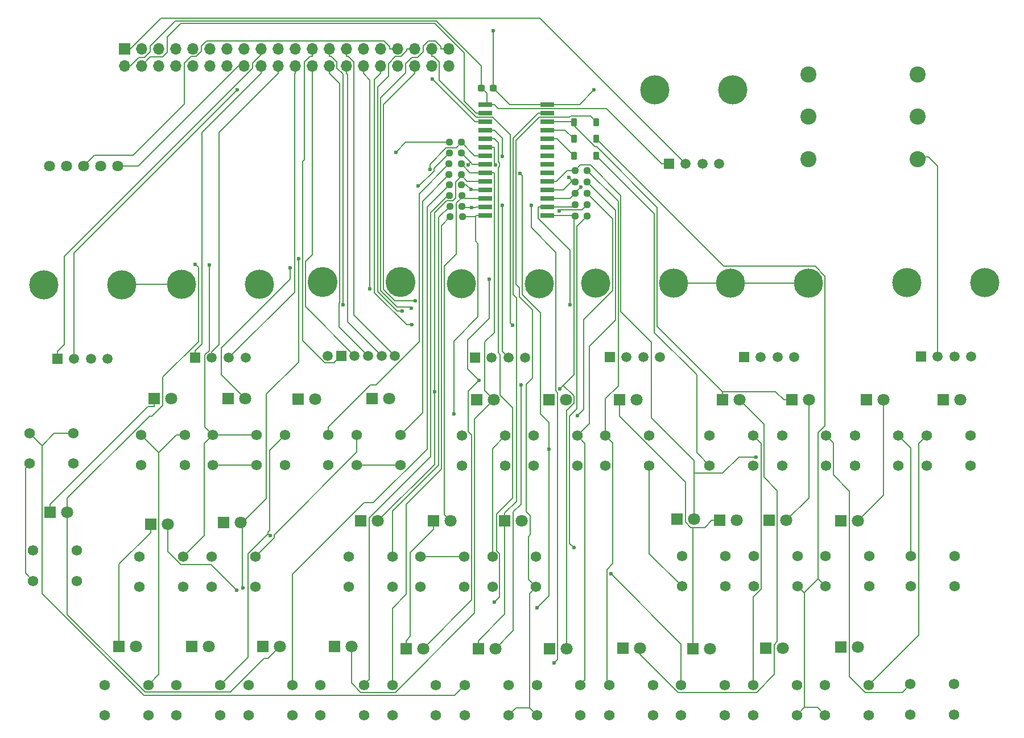
<source format=gbl>
G04 #@! TF.GenerationSoftware,KiCad,Pcbnew,8.0.2*
G04 #@! TF.CreationDate,2024-10-15T19:39:21+09:00*
G04 #@! TF.ProjectId,frontPanel,66726f6e-7450-4616-9e65-6c2e6b696361,rev?*
G04 #@! TF.SameCoordinates,Original*
G04 #@! TF.FileFunction,Copper,L2,Bot*
G04 #@! TF.FilePolarity,Positive*
%FSLAX46Y46*%
G04 Gerber Fmt 4.6, Leading zero omitted, Abs format (unit mm)*
G04 Created by KiCad (PCBNEW 8.0.2) date 2024-10-15 19:39:21*
%MOMM*%
%LPD*%
G01*
G04 APERTURE LIST*
G04 Aperture macros list*
%AMRoundRect*
0 Rectangle with rounded corners*
0 $1 Rounding radius*
0 $2 $3 $4 $5 $6 $7 $8 $9 X,Y pos of 4 corners*
0 Add a 4 corners polygon primitive as box body*
4,1,4,$2,$3,$4,$5,$6,$7,$8,$9,$2,$3,0*
0 Add four circle primitives for the rounded corners*
1,1,$1+$1,$2,$3*
1,1,$1+$1,$4,$5*
1,1,$1+$1,$6,$7*
1,1,$1+$1,$8,$9*
0 Add four rect primitives between the rounded corners*
20,1,$1+$1,$2,$3,$4,$5,0*
20,1,$1+$1,$4,$5,$6,$7,0*
20,1,$1+$1,$6,$7,$8,$9,0*
20,1,$1+$1,$8,$9,$2,$3,0*%
G04 Aperture macros list end*
G04 #@! TA.AperFunction,ComponentPad*
%ADD10R,1.500000X1.500000*%
G04 #@! TD*
G04 #@! TA.AperFunction,ComponentPad*
%ADD11C,1.500000*%
G04 #@! TD*
G04 #@! TA.AperFunction,ComponentPad*
%ADD12C,4.350000*%
G04 #@! TD*
G04 #@! TA.AperFunction,ComponentPad*
%ADD13C,1.575000*%
G04 #@! TD*
G04 #@! TA.AperFunction,ComponentPad*
%ADD14R,1.800000X1.800000*%
G04 #@! TD*
G04 #@! TA.AperFunction,ComponentPad*
%ADD15C,1.800000*%
G04 #@! TD*
G04 #@! TA.AperFunction,ComponentPad*
%ADD16C,2.400000*%
G04 #@! TD*
G04 #@! TA.AperFunction,ComponentPad*
%ADD17C,1.635000*%
G04 #@! TD*
G04 #@! TA.AperFunction,ComponentPad*
%ADD18C,4.455000*%
G04 #@! TD*
G04 #@! TA.AperFunction,ComponentPad*
%ADD19R,1.700000X1.700000*%
G04 #@! TD*
G04 #@! TA.AperFunction,ComponentPad*
%ADD20O,1.700000X1.700000*%
G04 #@! TD*
G04 #@! TA.AperFunction,SMDPad,CuDef*
%ADD21RoundRect,0.237500X-0.250000X-0.237500X0.250000X-0.237500X0.250000X0.237500X-0.250000X0.237500X0*%
G04 #@! TD*
G04 #@! TA.AperFunction,SMDPad,CuDef*
%ADD22RoundRect,0.237500X0.250000X0.237500X-0.250000X0.237500X-0.250000X-0.237500X0.250000X-0.237500X0*%
G04 #@! TD*
G04 #@! TA.AperFunction,SMDPad,CuDef*
%ADD23RoundRect,0.225000X0.225000X0.375000X-0.225000X0.375000X-0.225000X-0.375000X0.225000X-0.375000X0*%
G04 #@! TD*
G04 #@! TA.AperFunction,SMDPad,CuDef*
%ADD24R,2.100000X0.650000*%
G04 #@! TD*
G04 #@! TA.AperFunction,SMDPad,CuDef*
%ADD25RoundRect,0.237500X-0.300000X-0.237500X0.300000X-0.237500X0.300000X0.237500X-0.300000X0.237500X0*%
G04 #@! TD*
G04 #@! TA.AperFunction,ViaPad*
%ADD26C,0.600000*%
G04 #@! TD*
G04 #@! TA.AperFunction,Conductor*
%ADD27C,0.200000*%
G04 #@! TD*
G04 APERTURE END LIST*
D10*
X89100000Y-74575000D03*
D11*
X91600000Y-74575000D03*
X94100000Y-74575000D03*
X96600000Y-74575000D03*
D12*
X87050000Y-63575000D03*
X98650000Y-63575000D03*
D13*
X162831000Y-90650000D03*
X156331000Y-90650000D03*
X162831000Y-86150000D03*
X156331000Y-86150000D03*
X94100000Y-127800000D03*
X87600000Y-127800000D03*
X94100000Y-123300000D03*
X87600000Y-123300000D03*
D10*
X26950000Y-74700000D03*
D11*
X29450000Y-74700000D03*
X31950000Y-74700000D03*
X34450000Y-74700000D03*
D12*
X24900000Y-63700000D03*
X36500000Y-63700000D03*
D13*
X104331000Y-90650000D03*
X97831000Y-90650000D03*
X104331000Y-86150000D03*
X97831000Y-86150000D03*
D14*
X100096000Y-80850000D03*
D15*
X102636000Y-80850000D03*
D14*
X72091000Y-98900000D03*
D15*
X74631000Y-98900000D03*
D14*
X40831000Y-99400000D03*
D15*
X43371000Y-99400000D03*
D13*
X130531000Y-90650000D03*
X124031000Y-90650000D03*
X130531000Y-86150000D03*
X124031000Y-86150000D03*
X98200000Y-108700000D03*
X91700000Y-108700000D03*
X98200000Y-104200000D03*
X91700000Y-104200000D03*
X29331000Y-90350000D03*
X22831000Y-90350000D03*
X29331000Y-85850000D03*
X22831000Y-85850000D03*
X126300000Y-127800000D03*
X119800000Y-127800000D03*
X126300000Y-123300000D03*
X119800000Y-123300000D03*
D14*
X46925000Y-117600000D03*
D15*
X49465000Y-117600000D03*
D14*
X52391000Y-80650000D03*
D15*
X54931000Y-80650000D03*
D14*
X36100000Y-117600000D03*
D15*
X38640000Y-117600000D03*
D16*
X155000000Y-38700000D03*
X138700000Y-38700000D03*
X155000000Y-32400000D03*
X138700000Y-32400000D03*
X155000000Y-45000000D03*
X138700000Y-45000000D03*
D13*
X152131000Y-90650000D03*
X145631000Y-90650000D03*
X152131000Y-86150000D03*
X145631000Y-86150000D03*
X141331000Y-90650000D03*
X134831000Y-90650000D03*
X141331000Y-86150000D03*
X134831000Y-86150000D03*
D14*
X132360000Y-117800000D03*
D15*
X134900000Y-117800000D03*
D13*
X56600000Y-90600000D03*
X50100000Y-90600000D03*
X56600000Y-86100000D03*
X50100000Y-86100000D03*
X87500000Y-108700000D03*
X81000000Y-108700000D03*
X87500000Y-104200000D03*
X81000000Y-104200000D03*
D10*
X155450000Y-74400000D03*
D11*
X157950000Y-74400000D03*
X160450000Y-74400000D03*
X162950000Y-74400000D03*
D12*
X153400000Y-63400000D03*
X165000000Y-63400000D03*
D14*
X143560000Y-117700000D03*
D15*
X146100000Y-117700000D03*
D14*
X82956000Y-98900000D03*
D15*
X85496000Y-98900000D03*
D13*
X45700000Y-108700000D03*
X39200000Y-108700000D03*
X45700000Y-104200000D03*
X39200000Y-104200000D03*
D14*
X78825000Y-117900000D03*
D15*
X81365000Y-117900000D03*
D10*
X117950000Y-45700000D03*
D11*
X120450000Y-45700000D03*
X122950000Y-45700000D03*
X125450000Y-45700000D03*
D12*
X115900000Y-34700000D03*
X127500000Y-34700000D03*
D14*
X147391000Y-80850000D03*
D15*
X149931000Y-80850000D03*
D14*
X158831000Y-80850000D03*
D15*
X161371000Y-80850000D03*
D14*
X89331000Y-80850000D03*
D15*
X91871000Y-80850000D03*
D14*
X41391000Y-80650000D03*
D15*
X43931000Y-80650000D03*
D14*
X100225000Y-117900000D03*
D15*
X102765000Y-117900000D03*
D13*
X29835000Y-107800000D03*
X23335000Y-107800000D03*
X29835000Y-103300000D03*
X23335000Y-103300000D03*
X160400000Y-127700000D03*
X153900000Y-127700000D03*
X160400000Y-123200000D03*
X153900000Y-123200000D03*
X147700000Y-127800000D03*
X141200000Y-127800000D03*
X147700000Y-123300000D03*
X141200000Y-123300000D03*
X61900000Y-127790000D03*
X55400000Y-127790000D03*
X61900000Y-123290000D03*
X55400000Y-123290000D03*
D14*
X110631000Y-80850000D03*
D15*
X113171000Y-80850000D03*
D13*
X126400000Y-108600000D03*
X119900000Y-108600000D03*
X126400000Y-104100000D03*
X119900000Y-104100000D03*
X45931000Y-90550000D03*
X39431000Y-90550000D03*
X45931000Y-86050000D03*
X39431000Y-86050000D03*
D14*
X73791000Y-80650000D03*
D15*
X76331000Y-80650000D03*
D14*
X119156000Y-98600000D03*
D15*
X121696000Y-98600000D03*
D17*
X28340000Y-46000000D03*
X30880000Y-46000000D03*
X33420000Y-46000000D03*
X25800000Y-46000000D03*
X35960000Y-46000000D03*
D14*
X57560000Y-117600000D03*
D15*
X60100000Y-117600000D03*
D14*
X132891000Y-98800000D03*
D15*
X135431000Y-98800000D03*
D10*
X129150000Y-74475000D03*
D11*
X131650000Y-74475000D03*
X134150000Y-74475000D03*
X136650000Y-74475000D03*
D12*
X127100000Y-63475000D03*
X138700000Y-63475000D03*
D10*
X47450000Y-74600000D03*
D11*
X49950000Y-74600000D03*
X52450000Y-74600000D03*
X54950000Y-74600000D03*
D12*
X45400000Y-63600000D03*
X57000000Y-63600000D03*
D13*
X56431000Y-108700000D03*
X49931000Y-108700000D03*
X56431000Y-104200000D03*
X49931000Y-104200000D03*
X83300000Y-127800000D03*
X76800000Y-127800000D03*
X83300000Y-123300000D03*
X76800000Y-123300000D03*
X67300000Y-90600000D03*
X60800000Y-90600000D03*
X67300000Y-86100000D03*
X60800000Y-86100000D03*
D14*
X121560000Y-117900000D03*
D15*
X124100000Y-117900000D03*
D10*
X109150000Y-74500000D03*
D11*
X111650000Y-74500000D03*
X114150000Y-74500000D03*
X116650000Y-74500000D03*
D12*
X107100000Y-63500000D03*
X118700000Y-63500000D03*
D14*
X25860000Y-97600000D03*
D15*
X28400000Y-97600000D03*
D13*
X78031000Y-90550000D03*
X71531000Y-90550000D03*
X78031000Y-86050000D03*
X71531000Y-86050000D03*
D14*
X143556000Y-98900000D03*
D15*
X146096000Y-98900000D03*
D14*
X125956000Y-80850000D03*
D15*
X128496000Y-80850000D03*
D14*
X125531000Y-98800000D03*
D15*
X128071000Y-98800000D03*
D13*
X93631000Y-90650000D03*
X87131000Y-90650000D03*
X93631000Y-86150000D03*
X87131000Y-86150000D03*
X76800000Y-108700000D03*
X70300000Y-108700000D03*
X76800000Y-104200000D03*
X70300000Y-104200000D03*
D14*
X89625000Y-117900000D03*
D15*
X92165000Y-117900000D03*
D14*
X136256000Y-80850000D03*
D15*
X138796000Y-80850000D03*
D14*
X62791000Y-80750000D03*
D15*
X65331000Y-80750000D03*
D13*
X72600000Y-127800000D03*
X66100000Y-127800000D03*
X72600000Y-123300000D03*
X66100000Y-123300000D03*
X40480000Y-127790000D03*
X33980000Y-127790000D03*
X40480000Y-123290000D03*
X33980000Y-123290000D03*
D10*
X69200000Y-74300000D03*
D11*
X67200000Y-74300000D03*
X77200000Y-74300000D03*
X71200000Y-74300000D03*
X73200000Y-74300000D03*
X75200000Y-74300000D03*
D18*
X66400000Y-63300000D03*
X78000000Y-63300000D03*
D13*
X115600000Y-127800000D03*
X109100000Y-127800000D03*
X115600000Y-123300000D03*
X109100000Y-123300000D03*
X137000000Y-127800000D03*
X130500000Y-127800000D03*
X137000000Y-123300000D03*
X130500000Y-123300000D03*
D14*
X111125000Y-117800000D03*
D15*
X113665000Y-117800000D03*
D13*
X137100000Y-108600000D03*
X130600000Y-108600000D03*
X137100000Y-104100000D03*
X130600000Y-104100000D03*
D14*
X68225000Y-117600000D03*
D15*
X70765000Y-117600000D03*
D13*
X115031000Y-90650000D03*
X108531000Y-90650000D03*
X115031000Y-86150000D03*
X108531000Y-86150000D03*
X51200000Y-127790000D03*
X44700000Y-127790000D03*
X51200000Y-123290000D03*
X44700000Y-123290000D03*
X160500000Y-108600000D03*
X154000000Y-108600000D03*
X160500000Y-104100000D03*
X154000000Y-104100000D03*
X147800000Y-108600000D03*
X141300000Y-108600000D03*
X147800000Y-104100000D03*
X141300000Y-104100000D03*
D14*
X51656000Y-99100000D03*
D15*
X54196000Y-99100000D03*
D19*
X36940000Y-28560000D03*
D20*
X36940000Y-31100000D03*
X39480000Y-28560000D03*
X39480000Y-31100000D03*
X42020000Y-28560000D03*
X42020000Y-31100000D03*
X44560000Y-28560000D03*
X44560000Y-31100000D03*
X47100000Y-28560000D03*
X47100000Y-31100000D03*
X49640000Y-28560000D03*
X49640000Y-31100000D03*
X52180000Y-28560000D03*
X52180000Y-31100000D03*
X54720000Y-28560000D03*
X54720000Y-31100000D03*
X57260000Y-28560000D03*
X57260000Y-31100000D03*
X59800000Y-28560000D03*
X59800000Y-31100000D03*
X62340000Y-28560000D03*
X62340000Y-31100000D03*
X64880000Y-28560000D03*
X64880000Y-31100000D03*
X67420000Y-28560000D03*
X67420000Y-31100000D03*
X69960000Y-28560000D03*
X69960000Y-31100000D03*
X72500000Y-28560000D03*
X72500000Y-31100000D03*
X75040000Y-28560000D03*
X75040000Y-31100000D03*
X77580000Y-28560000D03*
X77580000Y-31100000D03*
X80120000Y-28560000D03*
X80120000Y-31100000D03*
X82660000Y-28560000D03*
X82660000Y-31100000D03*
X85200000Y-28560000D03*
X85200000Y-31100000D03*
D14*
X93556000Y-98900000D03*
D15*
X96096000Y-98900000D03*
D13*
X104800000Y-127800000D03*
X98300000Y-127800000D03*
X104800000Y-123300000D03*
X98300000Y-123300000D03*
D21*
X103987500Y-48400000D03*
X105812500Y-48400000D03*
D22*
X87075000Y-47305000D03*
X85250000Y-47305000D03*
D21*
X103987500Y-50100000D03*
X105812500Y-50100000D03*
D22*
X87250000Y-53605000D03*
X85425000Y-53605000D03*
D23*
X107162500Y-44500000D03*
X103862500Y-44500000D03*
D22*
X87162500Y-50405000D03*
X85337500Y-50405000D03*
D24*
X99900000Y-36850000D03*
X99900000Y-38120000D03*
X99900000Y-39390000D03*
X99900000Y-40660000D03*
X99900000Y-41930000D03*
X99900000Y-43200000D03*
X99900000Y-44470000D03*
X99900000Y-45740000D03*
X99900000Y-47010000D03*
X99900000Y-48280000D03*
X99900000Y-49550000D03*
X99900000Y-50820000D03*
X99900000Y-52090000D03*
X99900000Y-53360000D03*
X90600000Y-53360000D03*
X90600000Y-52090000D03*
X90600000Y-50820000D03*
X90600000Y-49550000D03*
X90600000Y-48280000D03*
X90600000Y-47010000D03*
X90600000Y-45740000D03*
X90600000Y-44470000D03*
X90600000Y-43200000D03*
X90600000Y-41930000D03*
X90600000Y-40660000D03*
X90600000Y-39390000D03*
X90600000Y-38120000D03*
X90600000Y-36850000D03*
D22*
X87075000Y-45705000D03*
X85250000Y-45705000D03*
D25*
X90075000Y-34400000D03*
X91800000Y-34400000D03*
D22*
X87087500Y-42495000D03*
X85262500Y-42495000D03*
D21*
X103987500Y-53500000D03*
X105812500Y-53500000D03*
D22*
X87087500Y-44105000D03*
X85262500Y-44105000D03*
D23*
X107162500Y-42000000D03*
X103862500Y-42000000D03*
D22*
X87087500Y-48805000D03*
X85262500Y-48805000D03*
D23*
X107162500Y-39500000D03*
X103862500Y-39500000D03*
D21*
X103987500Y-51800000D03*
X105812500Y-51800000D03*
X104000000Y-46700000D03*
X105825000Y-46700000D03*
D22*
X87175000Y-52005000D03*
X85350000Y-52005000D03*
D26*
X91800000Y-25900000D03*
X106800000Y-34700000D03*
X100104000Y-88231200D03*
X95803700Y-47109300D03*
X93192200Y-44556500D03*
X98359400Y-111780300D03*
X92019200Y-110991800D03*
X53648000Y-109157400D03*
X97460500Y-51913800D03*
X92158600Y-45823600D03*
X100890300Y-120065200D03*
X62841900Y-59817200D03*
X82381000Y-46551500D03*
X54608600Y-108892900D03*
X88078800Y-45835800D03*
X47492300Y-60685200D03*
X83076200Y-79639500D03*
X88494900Y-49538600D03*
X91217100Y-62863700D03*
X89742600Y-77974900D03*
X95938700Y-78589000D03*
X61634900Y-61185600D03*
X88606700Y-52169300D03*
X85961100Y-82945500D03*
X101734300Y-79203200D03*
X103283000Y-66652500D03*
X104839600Y-49197600D03*
X103069600Y-47683300D03*
X130897100Y-89350000D03*
X93165500Y-51876800D03*
X79716700Y-69665000D03*
X82729400Y-33049200D03*
X94702900Y-69699900D03*
X79656900Y-67235100D03*
X80185200Y-66069900D03*
X53751000Y-34724900D03*
X73486100Y-64303200D03*
X78304700Y-67654800D03*
X69460000Y-66683300D03*
X77329500Y-43963000D03*
X80614800Y-49012100D03*
X49600500Y-60775500D03*
X58637000Y-101103900D03*
X109317600Y-106751800D03*
X103835400Y-102882600D03*
X101656400Y-52725000D03*
X104347600Y-83177000D03*
D27*
X90075000Y-34400000D02*
X90075000Y-31157800D01*
X90905000Y-36850000D02*
X91951700Y-36850000D01*
X117950000Y-45700000D02*
X116898300Y-45700000D01*
X83317200Y-24400000D02*
X44533900Y-24400000D01*
X90075000Y-31157800D02*
X83317200Y-24400000D01*
X108675000Y-37476700D02*
X116898300Y-45700000D01*
X40750000Y-28978300D02*
X39898300Y-29830000D01*
X44533900Y-24400000D02*
X40750000Y-28183900D01*
X39898300Y-29830000D02*
X39093200Y-29830000D01*
X90905000Y-35230000D02*
X90075000Y-34400000D01*
X39093200Y-29830000D02*
X37823200Y-31100000D01*
X37823200Y-31100000D02*
X36940000Y-31100000D01*
X90600000Y-36850000D02*
X90905000Y-36850000D01*
X92578400Y-37476700D02*
X108675000Y-37476700D01*
X91951700Y-36850000D02*
X92578400Y-37476700D01*
X40750000Y-28183900D02*
X40750000Y-28978300D01*
X90905000Y-36850000D02*
X90905000Y-35230000D01*
X99900000Y-36850000D02*
X94250000Y-36850000D01*
X91800000Y-25900000D02*
X91800000Y-34400000D01*
X104650000Y-36850000D02*
X106800000Y-34700000D01*
X94250000Y-36850000D02*
X91800000Y-34400000D01*
X99900000Y-36850000D02*
X104650000Y-36850000D01*
X133806300Y-79602000D02*
X135054300Y-80850000D01*
X25860000Y-96398300D02*
X40406600Y-81851700D01*
X103862500Y-40058600D02*
X106986800Y-43182900D01*
X125531000Y-98800000D02*
X124329300Y-98800000D01*
X136256000Y-80850000D02*
X135054300Y-80850000D01*
X121560000Y-99837000D02*
X123292300Y-99837000D01*
X103752500Y-39390000D02*
X103862500Y-39500000D01*
X110631000Y-80850000D02*
X110631000Y-83312300D01*
X123292300Y-99837000D02*
X124329300Y-98800000D01*
X25860000Y-97600000D02*
X25860000Y-96398300D01*
X99900000Y-39390000D02*
X103752500Y-39390000D01*
X121203800Y-99837000D02*
X121560000Y-99837000D01*
X125956000Y-79602000D02*
X133806300Y-79602000D01*
X106986800Y-43182900D02*
X107197300Y-43182900D01*
X110631000Y-83312300D02*
X120425900Y-93107200D01*
X116223300Y-52208900D02*
X116223300Y-69869300D01*
X103862500Y-39500000D02*
X103862500Y-40058600D01*
X116223300Y-69869300D02*
X125956000Y-79602000D01*
X120425900Y-93107200D02*
X120425900Y-99059100D01*
X41391000Y-80650000D02*
X41391000Y-81851700D01*
X125956000Y-79602000D02*
X125956000Y-80850000D01*
X40406600Y-81851700D02*
X41391000Y-81851700D01*
X121560000Y-99837000D02*
X121560000Y-116698300D01*
X107197300Y-43182900D02*
X116223300Y-52208900D01*
X121560000Y-117900000D02*
X121560000Y-116698300D01*
X120425900Y-99059100D02*
X121203800Y-99837000D01*
X97055600Y-107555600D02*
X98200000Y-108700000D01*
X97201100Y-126701100D02*
X95198900Y-126701100D01*
X97677800Y-67486200D02*
X97677800Y-77611900D01*
X106259000Y-38596500D02*
X103302600Y-38596500D01*
X97201100Y-126701100D02*
X98300000Y-127800000D01*
X95202000Y-63634000D02*
X95715800Y-64147800D01*
X103135800Y-38763300D02*
X98696200Y-38763300D01*
X97055600Y-101195000D02*
X97055600Y-107555600D01*
X98200000Y-108700000D02*
X97201100Y-109698900D01*
X95715800Y-64147800D02*
X95715800Y-65524200D01*
X96731100Y-78558600D02*
X96731100Y-97476800D01*
X95202000Y-42257500D02*
X95202000Y-63634000D01*
X95715800Y-65524200D02*
X97677800Y-67486200D01*
X97322600Y-100928000D02*
X97055600Y-101195000D01*
X107162500Y-39500000D02*
X106259000Y-38596500D01*
X97322600Y-98068300D02*
X97322600Y-100928000D01*
X95198900Y-126701100D02*
X94100000Y-127800000D01*
X98696200Y-38763300D02*
X95202000Y-42257500D01*
X96731100Y-97476800D02*
X97322600Y-98068300D01*
X103302600Y-38596500D02*
X103135800Y-38763300D01*
X97677800Y-77611900D02*
X96731100Y-78558600D01*
X97201100Y-109698900D02*
X97201100Y-126701100D01*
X99900000Y-40660000D02*
X102522500Y-40660000D01*
X102522500Y-40660000D02*
X103862500Y-42000000D01*
X22228600Y-90952400D02*
X22831000Y-90350000D01*
X138146900Y-109552900D02*
X140192600Y-107507200D01*
X140207200Y-85733500D02*
X140207200Y-107507200D01*
X126111700Y-60949200D02*
X139700100Y-60949200D01*
X23335000Y-107800000D02*
X22228600Y-106693600D01*
X140192600Y-107507200D02*
X140207200Y-107507200D01*
X140053100Y-126653100D02*
X141200000Y-127800000D01*
X140207200Y-107507200D02*
X141300000Y-108600000D01*
X138146900Y-126653100D02*
X137000000Y-127800000D01*
X139700100Y-60949200D02*
X141214300Y-62463400D01*
X138052900Y-109552900D02*
X138146900Y-109552900D01*
X141214300Y-84726400D02*
X140207200Y-85733500D01*
X141214300Y-62463400D02*
X141214300Y-84726400D01*
X119900000Y-108600000D02*
X115031000Y-103731000D01*
X138146900Y-109552900D02*
X138146900Y-126653100D01*
X115031000Y-103731000D02*
X115031000Y-90650000D01*
X22228600Y-106693600D02*
X22228600Y-90952400D01*
X107162500Y-42000000D02*
X126111700Y-60949200D01*
X138146900Y-126653100D02*
X140053100Y-126653100D01*
X137100000Y-108600000D02*
X138052900Y-109552900D01*
X122096200Y-77117800D02*
X122096200Y-88715200D01*
X78031000Y-90550000D02*
X71531000Y-90550000D01*
X107162500Y-44500000D02*
X115800200Y-53137700D01*
X122096200Y-88715200D02*
X124031000Y-90650000D01*
X115800200Y-70821800D02*
X122096200Y-77117800D01*
X115800200Y-53137700D02*
X115800200Y-70821800D01*
X50100000Y-90600000D02*
X56600000Y-90600000D01*
X99900000Y-41930000D02*
X101292500Y-41930000D01*
X101292500Y-41930000D02*
X103862500Y-44500000D01*
X90600000Y-40660000D02*
X91951700Y-40660000D01*
X93192200Y-41900500D02*
X93192200Y-44556500D01*
X96173300Y-65207400D02*
X98860100Y-67894200D01*
X100104000Y-110035700D02*
X98359400Y-111780300D01*
X100104000Y-84220800D02*
X100104000Y-88231200D01*
X98860100Y-67894200D02*
X98860100Y-82976900D01*
X98860100Y-82976900D02*
X100104000Y-84220800D01*
X95803700Y-47109300D02*
X96173300Y-47478900D01*
X100104000Y-88231200D02*
X100104000Y-110035700D01*
X96173300Y-47478900D02*
X96173300Y-65207400D01*
X91951700Y-40660000D02*
X93192200Y-41900500D01*
X94800300Y-65174600D02*
X95304700Y-65679000D01*
X93556000Y-98900000D02*
X93556000Y-112767300D01*
X79464800Y-116058500D02*
X79464800Y-103592900D01*
X94800300Y-41868000D02*
X94800300Y-65174600D01*
X95304700Y-65679000D02*
X95304700Y-95949600D01*
X40831000Y-99400000D02*
X40831000Y-100601700D01*
X93556000Y-112767300D02*
X89625000Y-116698300D01*
X78825000Y-117900000D02*
X78825000Y-116698300D01*
X89625000Y-117900000D02*
X89625000Y-116698300D01*
X93556000Y-98900000D02*
X93556000Y-97698300D01*
X95304700Y-95949600D02*
X93556000Y-97698300D01*
X99900000Y-38120000D02*
X98548300Y-38120000D01*
X82956000Y-98900000D02*
X82956000Y-100101700D01*
X78825000Y-116698300D02*
X79464800Y-116058500D01*
X79464800Y-103592900D02*
X82956000Y-100101700D01*
X36100000Y-105332700D02*
X36100000Y-117600000D01*
X98548300Y-38120000D02*
X94800300Y-41868000D01*
X40831000Y-100601700D02*
X36100000Y-105332700D01*
X92789200Y-103748800D02*
X92354300Y-103313900D01*
X92760300Y-46072800D02*
X92760300Y-45574400D01*
X94720200Y-81999700D02*
X92850000Y-80129500D01*
X92789200Y-110221800D02*
X92789200Y-103748800D01*
X92019200Y-110991800D02*
X92789200Y-110221800D01*
X90600000Y-41930000D02*
X91951700Y-41930000D01*
X43371000Y-103412000D02*
X43371000Y-99400000D01*
X92354300Y-97875000D02*
X94720200Y-95509100D01*
X92563800Y-46269300D02*
X92760300Y-46072800D01*
X92850000Y-74101000D02*
X92563800Y-73814800D01*
X92563800Y-45377900D02*
X92563800Y-42542100D01*
X92850000Y-80129500D02*
X92850000Y-74101000D01*
X92563800Y-73814800D02*
X92563800Y-46269300D01*
X45308100Y-105349100D02*
X43371000Y-103412000D01*
X49839700Y-105349100D02*
X45308100Y-105349100D01*
X92760300Y-45574400D02*
X92563800Y-45377900D01*
X92354300Y-103313900D02*
X92354300Y-97875000D01*
X92563800Y-42542100D02*
X91951700Y-41930000D01*
X53648000Y-109157400D02*
X49839700Y-105349100D01*
X94720200Y-95509100D02*
X94720200Y-81999700D01*
X90600000Y-43200000D02*
X91951700Y-43200000D01*
X91951700Y-43200000D02*
X91951700Y-45616700D01*
X101132600Y-58859300D02*
X101132600Y-79510300D01*
X91951700Y-45616700D02*
X92158600Y-45823600D01*
X101427300Y-119528200D02*
X100890300Y-120065200D01*
X97460500Y-55187200D02*
X101132600Y-58859300D01*
X97460500Y-51913800D02*
X97460500Y-55187200D01*
X101427300Y-79805000D02*
X101427300Y-119528200D01*
X101132600Y-79510300D02*
X101427300Y-79805000D01*
X58065400Y-95552400D02*
X58065400Y-80014500D01*
X54517800Y-99100000D02*
X58065400Y-95552400D01*
X54517800Y-108802100D02*
X54608600Y-108892900D01*
X58065400Y-80014500D02*
X62841900Y-75238000D01*
X87087500Y-42495000D02*
X89062500Y-44470000D01*
X84816100Y-43300000D02*
X86282500Y-43300000D01*
X54517800Y-99100000D02*
X54196000Y-99100000D01*
X86282500Y-43300000D02*
X87087500Y-42495000D01*
X82381000Y-46551500D02*
X82381000Y-45735100D01*
X89062500Y-44470000D02*
X90600000Y-44470000D01*
X54517800Y-99100000D02*
X54517800Y-108802100D01*
X62841900Y-75238000D02*
X62841900Y-59817200D01*
X82381000Y-45735100D02*
X84816100Y-43300000D01*
X41018900Y-83277300D02*
X42661000Y-81635200D01*
X52737600Y-124379200D02*
X57729400Y-119387400D01*
X28400000Y-112795100D02*
X39984100Y-124379200D01*
X42661000Y-77462300D02*
X47924800Y-72198500D01*
X40639800Y-83277300D02*
X41018900Y-83277300D01*
X88722500Y-45740000D02*
X88448600Y-45466000D01*
X39984100Y-124379200D02*
X52737600Y-124379200D01*
X28400000Y-95517100D02*
X40639800Y-83277300D01*
X90600000Y-45740000D02*
X88722500Y-45740000D01*
X47924800Y-61117700D02*
X47492300Y-60685200D01*
X28400000Y-97600000D02*
X28400000Y-95517100D01*
X57729400Y-119387400D02*
X58312600Y-119387400D01*
X88448600Y-45466000D02*
X88078800Y-45835800D01*
X88448600Y-45466000D02*
X87087500Y-44105000D01*
X42661000Y-81635200D02*
X42661000Y-77462300D01*
X28400000Y-97600000D02*
X28400000Y-112795100D01*
X47924800Y-72198500D02*
X47924800Y-61117700D01*
X58312600Y-119387400D02*
X60100000Y-117600000D01*
X72130200Y-124396800D02*
X70765000Y-123031600D01*
X70765000Y-123031600D02*
X70765000Y-117600000D01*
X90531200Y-79510200D02*
X91871000Y-80850000D01*
X89052800Y-112600000D02*
X77256000Y-124396800D01*
X87075000Y-45705000D02*
X88380000Y-47010000D01*
X91871000Y-80850000D02*
X89052800Y-83668200D01*
X89052800Y-83668200D02*
X89052800Y-112600000D01*
X77256000Y-124396800D02*
X72130200Y-124396800D01*
X88380000Y-47010000D02*
X90600000Y-47010000D01*
X90600000Y-47010000D02*
X91951700Y-47010000D01*
X90531200Y-72219800D02*
X90531200Y-79510200D01*
X91951700Y-47010000D02*
X91951700Y-70799300D01*
X91951700Y-70799300D02*
X90531200Y-72219800D01*
X87936500Y-48280000D02*
X87145900Y-47489400D01*
X87075000Y-47418500D02*
X87075000Y-47305000D01*
X74631000Y-98900000D02*
X83076200Y-90454800D01*
X87145900Y-47489400D02*
X86250000Y-48385300D01*
X83076200Y-90454800D02*
X83076200Y-79639500D01*
X86250000Y-48385300D02*
X86250000Y-50796900D01*
X83076200Y-52999700D02*
X83076200Y-79639500D01*
X86250000Y-50796900D02*
X85841900Y-51205000D01*
X84870900Y-51205000D02*
X83076200Y-52999700D01*
X85841900Y-51205000D02*
X84870900Y-51205000D01*
X87145900Y-47489400D02*
X87075000Y-47418500D01*
X90600000Y-48280000D02*
X87936500Y-48280000D01*
X90600000Y-49550000D02*
X89349200Y-49550000D01*
X88048300Y-76280600D02*
X89742600Y-77974900D01*
X88129300Y-85607900D02*
X88600900Y-86079500D01*
X91217100Y-68742600D02*
X88048300Y-71911400D01*
X88600900Y-110664100D02*
X81365000Y-117900000D01*
X89349200Y-49550000D02*
X88506300Y-49550000D01*
X87761300Y-48805000D02*
X87087500Y-48805000D01*
X88494900Y-49538600D02*
X87761300Y-48805000D01*
X89742600Y-77974900D02*
X88129300Y-79588200D01*
X91217100Y-62863700D02*
X91217100Y-68742600D01*
X88506300Y-49550000D02*
X88494900Y-49538600D01*
X88600900Y-86079500D02*
X88600900Y-110664100D01*
X88129300Y-79588200D02*
X88129300Y-85607900D01*
X88048300Y-71911400D02*
X88048300Y-76280600D01*
X87162500Y-50405000D02*
X87324100Y-50566600D01*
X84527200Y-97931200D02*
X84527200Y-60941200D01*
X86315200Y-51575500D02*
X87324100Y-50566600D01*
X86315200Y-59153200D02*
X86315200Y-51575500D01*
X84527200Y-60941200D02*
X86315200Y-59153200D01*
X87324100Y-50566600D02*
X87577500Y-50820000D01*
X85496000Y-98900000D02*
X84527200Y-97931200D01*
X87577500Y-50820000D02*
X90600000Y-50820000D01*
X87175000Y-52005000D02*
X87339300Y-52169300D01*
X61634900Y-62879400D02*
X51375200Y-73139100D01*
X88606700Y-52169300D02*
X89169000Y-52169300D01*
X90600000Y-52090000D02*
X89248300Y-52090000D01*
X92165000Y-117900000D02*
X94825900Y-115239100D01*
X61634900Y-61185600D02*
X61634900Y-62879400D01*
X89169000Y-52169300D02*
X89248300Y-52090000D01*
X87339300Y-52169300D02*
X88606700Y-52169300D01*
X95938700Y-96420600D02*
X95938700Y-78589000D01*
X94825900Y-115239100D02*
X94825900Y-97533400D01*
X51375200Y-73139100D02*
X51375200Y-77094200D01*
X94825900Y-97533400D02*
X95938700Y-96420600D01*
X51375200Y-77094200D02*
X54931000Y-80650000D01*
X89248300Y-53360000D02*
X89163500Y-53444800D01*
X89163500Y-53444800D02*
X89163500Y-53605000D01*
X90600000Y-53360000D02*
X89248300Y-53360000D01*
X89163500Y-53605000D02*
X89163500Y-57196400D01*
X85961100Y-72100900D02*
X85961100Y-82945500D01*
X89163500Y-57196400D02*
X89560500Y-57593400D01*
X89163500Y-53605000D02*
X87250000Y-53605000D01*
X89560500Y-68501500D02*
X85961100Y-72100900D01*
X89560500Y-57593400D02*
X89560500Y-68501500D01*
X103828200Y-66958200D02*
X103884700Y-66901700D01*
X103884700Y-66901700D02*
X103884700Y-53602800D01*
X102259000Y-78680100D02*
X103828200Y-77110900D01*
X102765000Y-117900000D02*
X102765000Y-82420500D01*
X99900000Y-53360000D02*
X103847500Y-53360000D01*
X103844900Y-80266100D02*
X102259000Y-78680100D01*
X103828200Y-77110900D02*
X103828200Y-66958200D01*
X103844900Y-81340600D02*
X103844900Y-80266100D01*
X103847500Y-53360000D02*
X103987500Y-53500000D01*
X102765000Y-82420500D02*
X103844900Y-81340600D01*
X103884700Y-53602800D02*
X103987500Y-53500000D01*
X101735900Y-79203200D02*
X101734300Y-79203200D01*
X102259000Y-78680100D02*
X101735900Y-79203200D01*
X128496000Y-80850000D02*
X132091200Y-84445200D01*
X98548300Y-52090000D02*
X98548300Y-53842000D01*
X134101400Y-94392700D02*
X134101400Y-116821800D01*
X99900000Y-52090000D02*
X98548300Y-52090000D01*
X132091200Y-92382500D02*
X134101400Y-94392700D01*
X119326000Y-124400800D02*
X113665000Y-118739800D01*
X133627500Y-117295700D02*
X133627500Y-121754200D01*
X133627500Y-121754200D02*
X130980900Y-124400800D01*
X113665000Y-118739800D02*
X113665000Y-117800000D01*
X130980900Y-124400800D02*
X119326000Y-124400800D01*
X134101400Y-116821800D02*
X133627500Y-117295700D01*
X103283000Y-58576700D02*
X103283000Y-66652500D01*
X103987500Y-51800000D02*
X103697500Y-52090000D01*
X98548300Y-53842000D02*
X103283000Y-58576700D01*
X132091200Y-84445200D02*
X132091200Y-92382500D01*
X103697500Y-52090000D02*
X99900000Y-52090000D01*
X103987500Y-50100000D02*
X103267500Y-50820000D01*
X103987500Y-50049700D02*
X103987500Y-50100000D01*
X104839600Y-49197600D02*
X103987500Y-50049700D01*
X138796000Y-95435000D02*
X138796000Y-80850000D01*
X103267500Y-50820000D02*
X99900000Y-50820000D01*
X135431000Y-98800000D02*
X138796000Y-95435000D01*
X103412500Y-48026200D02*
X103069600Y-47683300D01*
X103412500Y-48400000D02*
X103987500Y-48400000D01*
X103412500Y-48400000D02*
X103412500Y-48026200D01*
X149931000Y-95065000D02*
X149931000Y-80850000D01*
X146096000Y-98900000D02*
X149931000Y-95065000D01*
X102262500Y-49550000D02*
X103412500Y-48400000D01*
X99900000Y-49550000D02*
X102262500Y-49550000D01*
X128366000Y-89350000D02*
X130897100Y-89350000D01*
X104000000Y-46700000D02*
X102831700Y-46700000D01*
X115400000Y-72267600D02*
X115400000Y-83557100D01*
X121696000Y-91767300D02*
X121696000Y-98600000D01*
X106280300Y-45900000D02*
X110822300Y-50442000D01*
X115400000Y-83557100D02*
X121696000Y-89853100D01*
X110822300Y-67689900D02*
X115400000Y-72267600D01*
X110822300Y-50442000D02*
X110822300Y-67689900D01*
X99900000Y-48280000D02*
X101251700Y-48280000D01*
X104800000Y-45900000D02*
X106280300Y-45900000D01*
X104000000Y-46700000D02*
X104800000Y-45900000D01*
X125948700Y-91767300D02*
X128366000Y-89350000D01*
X102831700Y-46700000D02*
X101251700Y-48280000D01*
X121696000Y-89853100D02*
X121696000Y-91767300D01*
X121696000Y-91767300D02*
X125948700Y-91767300D01*
X45400000Y-63600000D02*
X36600000Y-63600000D01*
X138700000Y-63475000D02*
X127100000Y-63475000D01*
X53856200Y-31100000D02*
X38956200Y-46000000D01*
X36600000Y-63600000D02*
X36500000Y-63700000D01*
X118700000Y-63500000D02*
X127075000Y-63500000D01*
X54720000Y-31100000D02*
X53856200Y-31100000D01*
X38956200Y-46000000D02*
X35960000Y-46000000D01*
X127075000Y-63500000D02*
X127100000Y-63475000D01*
X156600000Y-44650000D02*
X157950000Y-46000000D01*
X155350000Y-44650000D02*
X155000000Y-45000000D01*
X157950000Y-46000000D02*
X157950000Y-74400000D01*
X156600000Y-44650000D02*
X155350000Y-44650000D01*
X93165500Y-51876800D02*
X93165500Y-73640500D01*
X93165500Y-73640500D02*
X94100000Y-74575000D01*
X78931100Y-69665000D02*
X79716700Y-69665000D01*
X75040000Y-32251700D02*
X74160300Y-33131400D01*
X74160300Y-33131400D02*
X74160300Y-64894200D01*
X74160300Y-64894200D02*
X78931100Y-69665000D01*
X75040000Y-31100000D02*
X75040000Y-32251700D01*
X68858300Y-69958300D02*
X73200000Y-74300000D01*
X68960000Y-66332500D02*
X68858300Y-66434200D01*
X68858300Y-66434200D02*
X68858300Y-69958300D01*
X67420000Y-31100000D02*
X67420000Y-32251700D01*
X67420000Y-32251700D02*
X68960000Y-33791700D01*
X68960000Y-33791700D02*
X68960000Y-66332500D01*
X37803800Y-28560000D02*
X42363800Y-24000000D01*
X42363800Y-24000000D02*
X98750000Y-24000000D01*
X98750000Y-24000000D02*
X120450000Y-45700000D01*
X90600000Y-39390000D02*
X89070200Y-39390000D01*
X89070200Y-39390000D02*
X82729400Y-33049200D01*
X70145900Y-32437600D02*
X70145900Y-69245900D01*
X69960000Y-32251700D02*
X70145900Y-32437600D01*
X70145900Y-69245900D02*
X75200000Y-74300000D01*
X69960000Y-31100000D02*
X69960000Y-32251700D01*
X89273400Y-38746700D02*
X83811700Y-33285000D01*
X94398600Y-69395600D02*
X94398600Y-41383600D01*
X83811700Y-30575400D02*
X82948000Y-29711700D01*
X83811700Y-33285000D02*
X83811700Y-30575400D01*
X91761700Y-38746700D02*
X89273400Y-38746700D01*
X94702900Y-69699900D02*
X94398600Y-69395600D01*
X82948000Y-29711700D02*
X82660000Y-29711700D01*
X94398600Y-41383600D02*
X91761700Y-38746700D01*
X82660000Y-28560000D02*
X82660000Y-29711700D01*
X71111700Y-30575400D02*
X71111700Y-68211700D01*
X71111700Y-68211700D02*
X77200000Y-74300000D01*
X69960000Y-29711700D02*
X70248000Y-29711700D01*
X70248000Y-29711700D02*
X71111700Y-30575400D01*
X69960000Y-28560000D02*
X69960000Y-29711700D01*
X79474900Y-67053100D02*
X77501400Y-67053100D01*
X85200000Y-28560000D02*
X84048300Y-28560000D01*
X75049700Y-64601400D02*
X75049700Y-35851800D01*
X82181700Y-27402700D02*
X83178900Y-27402700D01*
X79656900Y-67235100D02*
X79474900Y-67053100D01*
X79701600Y-29830000D02*
X80538300Y-29830000D01*
X75049700Y-35851800D02*
X78753300Y-32148200D01*
X84048300Y-28272100D02*
X84048300Y-28560000D01*
X83178900Y-27402700D02*
X84048300Y-28272100D01*
X81390000Y-28194400D02*
X82181700Y-27402700D01*
X81390000Y-28978300D02*
X81390000Y-28194400D01*
X78753300Y-30778300D02*
X79701600Y-29830000D01*
X80538300Y-29830000D02*
X81390000Y-28978300D01*
X77501400Y-67053100D02*
X75049700Y-64601400D01*
X78753300Y-32148200D02*
X78753300Y-30778300D01*
X80120000Y-32251700D02*
X75461900Y-36909800D01*
X75461900Y-64391000D02*
X77140800Y-66069900D01*
X77140800Y-66069900D02*
X80185200Y-66069900D01*
X80120000Y-31100000D02*
X80120000Y-32251700D01*
X75461900Y-36909800D02*
X75461900Y-64391000D01*
X62340000Y-31100000D02*
X62340000Y-32251700D01*
X62238300Y-64811700D02*
X52450000Y-74600000D01*
X62238300Y-32353400D02*
X62238300Y-64811700D01*
X62340000Y-32251700D02*
X62238300Y-32353400D01*
X38200000Y-44400000D02*
X32480000Y-44400000D01*
X45830000Y-30705900D02*
X46824200Y-29711700D01*
X77580000Y-28560000D02*
X76428300Y-28560000D01*
X48370000Y-28951900D02*
X48370000Y-28193700D01*
X45830000Y-30705900D02*
X45830000Y-36770000D01*
X47610200Y-29711700D02*
X48370000Y-28951900D01*
X48370000Y-28193700D02*
X49161800Y-27401900D01*
X49161800Y-27401900D02*
X75558100Y-27401900D01*
X46824200Y-29711700D02*
X47610200Y-29711700D01*
X30880000Y-46000000D02*
X31308000Y-46000000D01*
X45830000Y-36770000D02*
X38200000Y-44400000D01*
X32480000Y-44400000D02*
X30880000Y-46000000D01*
X75558100Y-27401900D02*
X76428300Y-28272100D01*
X76428300Y-28272100D02*
X76428300Y-28560000D01*
X63728300Y-45088400D02*
X63728300Y-30575400D01*
X63728300Y-30575400D02*
X64592000Y-29711700D01*
X68148300Y-75351700D02*
X66763000Y-75351700D01*
X66763000Y-75351700D02*
X63445500Y-72034200D01*
X64592000Y-29711700D02*
X64880000Y-29711700D01*
X63445500Y-45371200D02*
X63728300Y-45088400D01*
X64880000Y-28560000D02*
X64880000Y-29711700D01*
X69200000Y-74300000D02*
X68148300Y-75351700D01*
X63445500Y-72034200D02*
X63445500Y-45371200D01*
X50975000Y-72653600D02*
X49950000Y-73678600D01*
X59800000Y-32251700D02*
X50975000Y-41076700D01*
X50975000Y-41076700D02*
X50975000Y-72653600D01*
X49950000Y-73678600D02*
X49950000Y-74600000D01*
X59800000Y-31100000D02*
X59800000Y-32251700D01*
X29450000Y-59025900D02*
X53751000Y-34724900D01*
X29450000Y-74700000D02*
X29450000Y-59025900D01*
X72500000Y-31100000D02*
X72500000Y-32251700D01*
X72500000Y-32251700D02*
X73486100Y-33237800D01*
X73486100Y-33237800D02*
X73486100Y-64303200D01*
X64880000Y-59220500D02*
X63864700Y-60235800D01*
X63864700Y-66964700D02*
X71200000Y-74300000D01*
X63864700Y-60235800D02*
X63864700Y-66964700D01*
X64880000Y-31100000D02*
X64880000Y-59220500D01*
X78968300Y-28560000D02*
X78968300Y-28848000D01*
X77508500Y-67654800D02*
X78304700Y-67654800D01*
X74614000Y-34282400D02*
X74614000Y-64760300D01*
X74614000Y-64760300D02*
X77508500Y-67654800D01*
X77279900Y-29711700D02*
X76213300Y-30778300D01*
X78968300Y-28848000D02*
X78104600Y-29711700D01*
X78104600Y-29711700D02*
X77279900Y-29711700D01*
X80120000Y-28560000D02*
X78968300Y-28560000D01*
X76213300Y-30778300D02*
X76213300Y-32683100D01*
X76213300Y-32683100D02*
X74614000Y-34282400D01*
X68571700Y-30575400D02*
X68571700Y-31461700D01*
X67420000Y-28560000D02*
X67420000Y-29711700D01*
X67420000Y-29711700D02*
X67708000Y-29711700D01*
X68571700Y-31461700D02*
X69460000Y-32350000D01*
X69460000Y-32350000D02*
X69460000Y-66683300D01*
X67708000Y-29711700D02*
X68571700Y-30575400D01*
X47450000Y-73548300D02*
X48501000Y-72497300D01*
X57260000Y-31100000D02*
X57260000Y-32251700D01*
X47450000Y-74600000D02*
X47450000Y-73548300D01*
X48501000Y-72497300D02*
X48501000Y-41010700D01*
X48501000Y-41010700D02*
X57260000Y-32251700D01*
X28001700Y-72596600D02*
X26950000Y-73648300D01*
X57260000Y-28560000D02*
X57260000Y-29427300D01*
X55990000Y-30697300D02*
X55990000Y-31473500D01*
X55990000Y-31473500D02*
X28001700Y-59461800D01*
X28001700Y-59461800D02*
X28001700Y-72596600D01*
X26950000Y-73648300D02*
X26950000Y-74700000D01*
X57260000Y-29427300D02*
X55990000Y-30697300D01*
X45300000Y-24800000D02*
X43300000Y-26800000D01*
X40780000Y-29800000D02*
X39480000Y-31100000D01*
X90600000Y-38120000D02*
X89248300Y-38120000D01*
X43300000Y-26800000D02*
X43300000Y-29100000D01*
X87476300Y-29150100D02*
X83126200Y-24800000D01*
X83126200Y-24800000D02*
X45300000Y-24800000D01*
X89248300Y-38120000D02*
X87476300Y-36348000D01*
X87476300Y-36348000D02*
X87476300Y-29150100D01*
X42600000Y-29800000D02*
X40780000Y-29800000D01*
X43300000Y-29100000D02*
X42600000Y-29800000D01*
X78797500Y-42495000D02*
X85262500Y-42495000D01*
X77329500Y-43963000D02*
X78797500Y-42495000D01*
X42046500Y-88665500D02*
X42046500Y-121723500D01*
X45931000Y-86050000D02*
X44662000Y-86050000D01*
X39431000Y-86050000D02*
X42046500Y-88665500D01*
X42046500Y-121723500D02*
X40480000Y-123290000D01*
X44662000Y-86050000D02*
X42046500Y-88665500D01*
X49548300Y-73514400D02*
X48896000Y-74166700D01*
X49600500Y-60775500D02*
X49548300Y-60827700D01*
X50100000Y-86100000D02*
X56600000Y-86100000D01*
X48843300Y-101056700D02*
X45700000Y-104200000D01*
X82982700Y-46800700D02*
X82982700Y-46384800D01*
X48843300Y-87356700D02*
X48843300Y-101056700D01*
X48896000Y-74166700D02*
X48896000Y-84896000D01*
X80614800Y-49012100D02*
X80771300Y-49012100D01*
X49548300Y-60827700D02*
X49548300Y-73514400D01*
X48896000Y-84896000D02*
X50100000Y-86100000D01*
X82982700Y-46384800D02*
X85262500Y-44105000D01*
X50100000Y-86100000D02*
X48843300Y-87356700D01*
X80771300Y-49012100D02*
X82982700Y-46800700D01*
X58560100Y-88339900D02*
X58560100Y-100300200D01*
X80786900Y-72205700D02*
X80786900Y-50168100D01*
X58560100Y-100300200D02*
X58306700Y-100553600D01*
X55319400Y-103761000D02*
X55319400Y-119170600D01*
X58306700Y-100553600D02*
X58306700Y-100773600D01*
X73573600Y-78593100D02*
X74399500Y-78593100D01*
X55319400Y-119170600D02*
X51200000Y-123290000D01*
X58306800Y-100773600D02*
X58637000Y-101103900D01*
X58306700Y-100773600D02*
X58306800Y-100773600D01*
X74399500Y-78593100D02*
X80786900Y-72205700D01*
X67300000Y-84866700D02*
X73573600Y-78593100D01*
X58306800Y-100773600D02*
X55319400Y-103761000D01*
X67300000Y-86100000D02*
X67300000Y-84866700D01*
X80786900Y-50168100D02*
X85250000Y-45705000D01*
X60800000Y-86100000D02*
X58560100Y-88339900D01*
X59238700Y-100944000D02*
X71531000Y-88651700D01*
X71531000Y-88651700D02*
X71531000Y-86050000D01*
X81286600Y-51268400D02*
X85250000Y-47305000D01*
X59238700Y-101392300D02*
X59238700Y-100944000D01*
X109317600Y-106751800D02*
X119800000Y-117234200D01*
X78031000Y-86050000D02*
X81286600Y-82794400D01*
X81286600Y-82794400D02*
X81286600Y-51268400D01*
X56431000Y-104200000D02*
X59238700Y-101392300D01*
X119800000Y-117234200D02*
X119800000Y-123300000D01*
X81961800Y-52105700D02*
X81961800Y-88160400D01*
X131689200Y-109051200D02*
X131689200Y-87308200D01*
X73956100Y-96166100D02*
X72569700Y-96166100D01*
X72569700Y-96166100D02*
X61900000Y-106835800D01*
X130500000Y-123300000D02*
X130500000Y-110240400D01*
X130500000Y-110240400D02*
X131689200Y-109051200D01*
X81961800Y-88160400D02*
X73956100Y-96166100D01*
X61900000Y-106835800D02*
X61900000Y-123290000D01*
X85262500Y-48805000D02*
X81961800Y-52105700D01*
X131689200Y-87308200D02*
X130531000Y-86150000D01*
X144829900Y-122044900D02*
X147229700Y-124444700D01*
X85073100Y-50405000D02*
X82473800Y-53004300D01*
X142420200Y-87239200D02*
X142420200Y-92029000D01*
X73376700Y-122523300D02*
X72600000Y-123300000D01*
X141331000Y-86150000D02*
X142420200Y-87239200D01*
X82473800Y-89301600D02*
X73376700Y-98398700D01*
X144829900Y-94438700D02*
X144829900Y-122044900D01*
X73376700Y-98398700D02*
X73376700Y-122523300D01*
X82473800Y-53004300D02*
X82473800Y-89301600D01*
X147229700Y-124444700D02*
X152655300Y-124444700D01*
X152655300Y-124444700D02*
X153900000Y-123200000D01*
X142420200Y-92029000D02*
X144829900Y-94438700D01*
X85337500Y-50405000D02*
X85073100Y-50405000D01*
X154000000Y-88019000D02*
X152131000Y-86150000D01*
X76800000Y-97445300D02*
X83678600Y-90566700D01*
X154000000Y-104100000D02*
X154000000Y-88019000D01*
X83678600Y-53676400D02*
X85350000Y-52005000D01*
X76800000Y-104200000D02*
X76800000Y-97445300D01*
X83678600Y-90566700D02*
X83678600Y-53676400D01*
X84121400Y-54908600D02*
X85425000Y-53605000D01*
X84121400Y-91163900D02*
X84121400Y-54908600D01*
X76800000Y-111889200D02*
X78898600Y-109790600D01*
X78898600Y-109790600D02*
X78898600Y-96386700D01*
X147700000Y-123300000D02*
X155137800Y-115862200D01*
X155137800Y-87343200D02*
X156331000Y-86150000D01*
X155137800Y-115862200D02*
X155137800Y-87343200D01*
X78898600Y-96386700D02*
X84121400Y-91163900D01*
X76800000Y-123300000D02*
X76800000Y-111889200D01*
X103189100Y-83281300D02*
X104286400Y-82184000D01*
X103189100Y-102236300D02*
X103189100Y-83281300D01*
X104286400Y-82184000D02*
X104286400Y-55026100D01*
X81000000Y-104200000D02*
X87500000Y-104200000D01*
X103835400Y-102882600D02*
X103189100Y-102236300D01*
X104286400Y-55026100D02*
X105812500Y-53500000D01*
X105034900Y-52577600D02*
X101803800Y-52577600D01*
X105812500Y-51800000D02*
X105034900Y-52577600D01*
X26485600Y-85850000D02*
X24658300Y-87677300D01*
X24658300Y-87677300D02*
X24658300Y-109668400D01*
X39809400Y-124819500D02*
X86080500Y-124819500D01*
X22831000Y-85850000D02*
X24658300Y-87677300D01*
X24658300Y-109668400D02*
X39809400Y-124819500D01*
X101803800Y-52577600D02*
X101656400Y-52725000D01*
X86080500Y-124819500D02*
X87600000Y-123300000D01*
X29331000Y-85850000D02*
X26485600Y-85850000D01*
X91700000Y-88081000D02*
X91700000Y-104200000D01*
X105294100Y-82230500D02*
X104347600Y-83177000D01*
X105294100Y-68853500D02*
X105294100Y-82230500D01*
X109606600Y-64541000D02*
X105294100Y-68853500D01*
X105812500Y-50100000D02*
X109606600Y-53894100D01*
X93631000Y-86150000D02*
X91700000Y-88081000D01*
X109606600Y-53894100D02*
X109606600Y-64541000D01*
X106130900Y-84350100D02*
X104331000Y-86150000D01*
X110017400Y-68971600D02*
X106130900Y-72858100D01*
X105494100Y-122605900D02*
X105494100Y-87313100D01*
X110017400Y-52604900D02*
X110017400Y-68971600D01*
X104800000Y-123300000D02*
X105494100Y-122605900D01*
X105494100Y-87313100D02*
X104331000Y-86150000D01*
X106130900Y-72858100D02*
X106130900Y-84350100D01*
X105812500Y-48400000D02*
X110017400Y-52604900D01*
X110419100Y-78767500D02*
X108531000Y-80655600D01*
X105825000Y-46700000D02*
X110419100Y-51294100D01*
X110419100Y-51294100D02*
X110419100Y-78767500D01*
X109621600Y-105222700D02*
X108715900Y-106128400D01*
X108715900Y-122915900D02*
X109100000Y-123300000D01*
X108715900Y-106128400D02*
X108715900Y-122915900D01*
X109621600Y-87240600D02*
X109621600Y-105222700D01*
X108531000Y-80655600D02*
X108531000Y-86150000D01*
X108531000Y-86150000D02*
X109621600Y-87240600D01*
M02*

</source>
